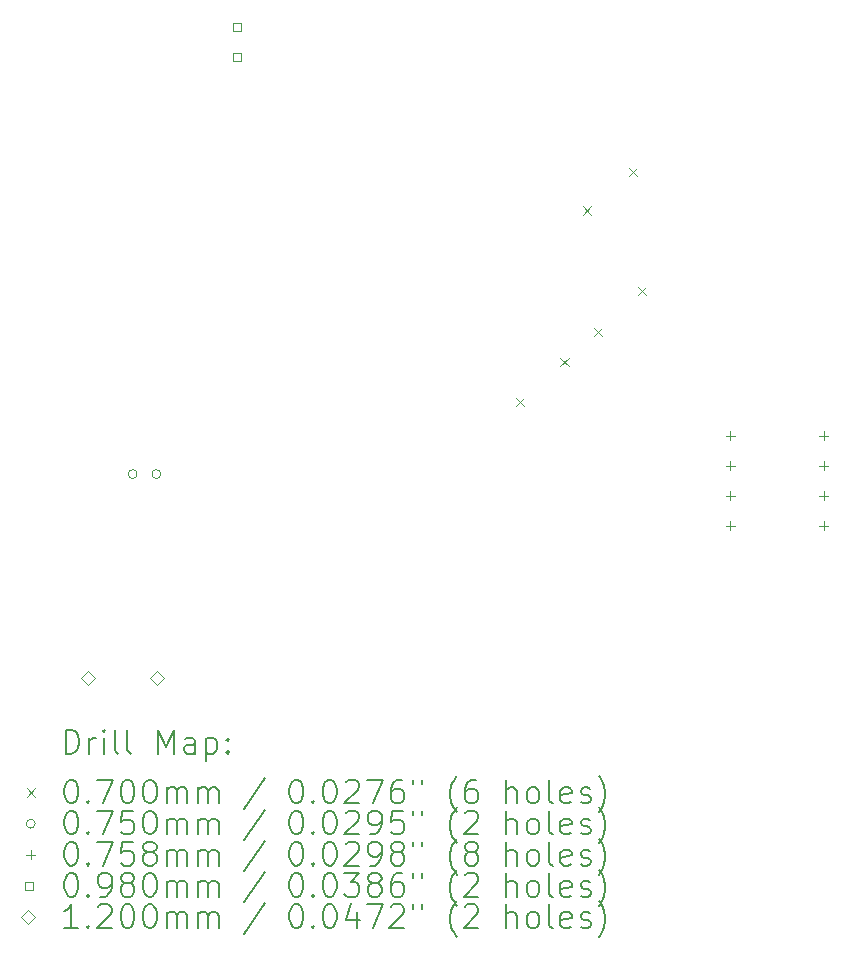
<source format=gbr>
%FSLAX45Y45*%
G04 Gerber Fmt 4.5, Leading zero omitted, Abs format (unit mm)*
G04 Created by KiCad (PCBNEW (6.0.1)) date 2022-02-21 20:46:29*
%MOMM*%
%LPD*%
G01*
G04 APERTURE LIST*
%ADD10C,0.200000*%
%ADD11C,0.070000*%
%ADD12C,0.075000*%
%ADD13C,0.075800*%
%ADD14C,0.098000*%
%ADD15C,0.120000*%
G04 APERTURE END LIST*
D10*
D11*
X11230482Y-10953918D02*
X11300482Y-11023918D01*
X11300482Y-10953918D02*
X11230482Y-11023918D01*
X11608000Y-10614000D02*
X11678000Y-10684000D01*
X11678000Y-10614000D02*
X11608000Y-10684000D01*
X11797425Y-9331268D02*
X11867425Y-9401268D01*
X11867425Y-9331268D02*
X11797425Y-9401268D01*
X11895000Y-10358000D02*
X11965000Y-10428000D01*
X11965000Y-10358000D02*
X11895000Y-10428000D01*
X12186575Y-9004732D02*
X12256575Y-9074732D01*
X12256575Y-9004732D02*
X12186575Y-9074732D01*
X12266528Y-10011545D02*
X12336528Y-10081545D01*
X12336528Y-10011545D02*
X12266528Y-10081545D01*
D12*
X8024500Y-11598000D02*
G75*
G03*
X8024500Y-11598000I-37500J0D01*
G01*
X8224500Y-11598000D02*
G75*
G03*
X8224500Y-11598000I-37500J0D01*
G01*
D13*
X13045200Y-11234100D02*
X13045200Y-11309900D01*
X13007300Y-11272000D02*
X13083100Y-11272000D01*
X13045200Y-11488100D02*
X13045200Y-11563900D01*
X13007300Y-11526000D02*
X13083100Y-11526000D01*
X13045200Y-11742100D02*
X13045200Y-11817900D01*
X13007300Y-11780000D02*
X13083100Y-11780000D01*
X13045200Y-11996100D02*
X13045200Y-12071900D01*
X13007300Y-12034000D02*
X13083100Y-12034000D01*
X13838800Y-11234100D02*
X13838800Y-11309900D01*
X13800900Y-11272000D02*
X13876700Y-11272000D01*
X13838800Y-11488100D02*
X13838800Y-11563900D01*
X13800900Y-11526000D02*
X13876700Y-11526000D01*
X13838800Y-11742100D02*
X13838800Y-11817900D01*
X13800900Y-11780000D02*
X13876700Y-11780000D01*
X13838800Y-11996100D02*
X13838800Y-12071900D01*
X13800900Y-12034000D02*
X13876700Y-12034000D01*
D14*
X8905649Y-7846649D02*
X8905649Y-7777351D01*
X8836351Y-7777351D01*
X8836351Y-7846649D01*
X8905649Y-7846649D01*
X8905649Y-8100649D02*
X8905649Y-8031351D01*
X8836351Y-8031351D01*
X8836351Y-8100649D01*
X8905649Y-8100649D01*
D15*
X7612000Y-13385000D02*
X7672000Y-13325000D01*
X7612000Y-13265000D01*
X7552000Y-13325000D01*
X7612000Y-13385000D01*
X8191000Y-13385000D02*
X8251000Y-13325000D01*
X8191000Y-13265000D01*
X8131000Y-13325000D01*
X8191000Y-13385000D01*
D10*
X7418789Y-13964766D02*
X7418789Y-13764766D01*
X7466408Y-13764766D01*
X7494979Y-13774290D01*
X7514027Y-13793338D01*
X7523551Y-13812385D01*
X7533075Y-13850480D01*
X7533075Y-13879052D01*
X7523551Y-13917147D01*
X7514027Y-13936195D01*
X7494979Y-13955242D01*
X7466408Y-13964766D01*
X7418789Y-13964766D01*
X7618789Y-13964766D02*
X7618789Y-13831433D01*
X7618789Y-13869528D02*
X7628313Y-13850480D01*
X7637837Y-13840957D01*
X7656884Y-13831433D01*
X7675932Y-13831433D01*
X7742598Y-13964766D02*
X7742598Y-13831433D01*
X7742598Y-13764766D02*
X7733075Y-13774290D01*
X7742598Y-13783814D01*
X7752122Y-13774290D01*
X7742598Y-13764766D01*
X7742598Y-13783814D01*
X7866408Y-13964766D02*
X7847360Y-13955242D01*
X7837837Y-13936195D01*
X7837837Y-13764766D01*
X7971170Y-13964766D02*
X7952122Y-13955242D01*
X7942598Y-13936195D01*
X7942598Y-13764766D01*
X8199741Y-13964766D02*
X8199741Y-13764766D01*
X8266408Y-13907623D01*
X8333075Y-13764766D01*
X8333075Y-13964766D01*
X8514027Y-13964766D02*
X8514027Y-13860004D01*
X8504503Y-13840957D01*
X8485456Y-13831433D01*
X8447360Y-13831433D01*
X8428313Y-13840957D01*
X8514027Y-13955242D02*
X8494980Y-13964766D01*
X8447360Y-13964766D01*
X8428313Y-13955242D01*
X8418789Y-13936195D01*
X8418789Y-13917147D01*
X8428313Y-13898099D01*
X8447360Y-13888576D01*
X8494980Y-13888576D01*
X8514027Y-13879052D01*
X8609265Y-13831433D02*
X8609265Y-14031433D01*
X8609265Y-13840957D02*
X8628313Y-13831433D01*
X8666408Y-13831433D01*
X8685456Y-13840957D01*
X8694980Y-13850480D01*
X8704503Y-13869528D01*
X8704503Y-13926671D01*
X8694980Y-13945718D01*
X8685456Y-13955242D01*
X8666408Y-13964766D01*
X8628313Y-13964766D01*
X8609265Y-13955242D01*
X8790218Y-13945718D02*
X8799741Y-13955242D01*
X8790218Y-13964766D01*
X8780694Y-13955242D01*
X8790218Y-13945718D01*
X8790218Y-13964766D01*
X8790218Y-13840957D02*
X8799741Y-13850480D01*
X8790218Y-13860004D01*
X8780694Y-13850480D01*
X8790218Y-13840957D01*
X8790218Y-13860004D01*
D11*
X7091170Y-14259290D02*
X7161170Y-14329290D01*
X7161170Y-14259290D02*
X7091170Y-14329290D01*
D10*
X7456884Y-14184766D02*
X7475932Y-14184766D01*
X7494979Y-14194290D01*
X7504503Y-14203814D01*
X7514027Y-14222861D01*
X7523551Y-14260957D01*
X7523551Y-14308576D01*
X7514027Y-14346671D01*
X7504503Y-14365718D01*
X7494979Y-14375242D01*
X7475932Y-14384766D01*
X7456884Y-14384766D01*
X7437837Y-14375242D01*
X7428313Y-14365718D01*
X7418789Y-14346671D01*
X7409265Y-14308576D01*
X7409265Y-14260957D01*
X7418789Y-14222861D01*
X7428313Y-14203814D01*
X7437837Y-14194290D01*
X7456884Y-14184766D01*
X7609265Y-14365718D02*
X7618789Y-14375242D01*
X7609265Y-14384766D01*
X7599741Y-14375242D01*
X7609265Y-14365718D01*
X7609265Y-14384766D01*
X7685456Y-14184766D02*
X7818789Y-14184766D01*
X7733075Y-14384766D01*
X7933075Y-14184766D02*
X7952122Y-14184766D01*
X7971170Y-14194290D01*
X7980694Y-14203814D01*
X7990218Y-14222861D01*
X7999741Y-14260957D01*
X7999741Y-14308576D01*
X7990218Y-14346671D01*
X7980694Y-14365718D01*
X7971170Y-14375242D01*
X7952122Y-14384766D01*
X7933075Y-14384766D01*
X7914027Y-14375242D01*
X7904503Y-14365718D01*
X7894979Y-14346671D01*
X7885456Y-14308576D01*
X7885456Y-14260957D01*
X7894979Y-14222861D01*
X7904503Y-14203814D01*
X7914027Y-14194290D01*
X7933075Y-14184766D01*
X8123551Y-14184766D02*
X8142598Y-14184766D01*
X8161646Y-14194290D01*
X8171170Y-14203814D01*
X8180694Y-14222861D01*
X8190218Y-14260957D01*
X8190218Y-14308576D01*
X8180694Y-14346671D01*
X8171170Y-14365718D01*
X8161646Y-14375242D01*
X8142598Y-14384766D01*
X8123551Y-14384766D01*
X8104503Y-14375242D01*
X8094979Y-14365718D01*
X8085456Y-14346671D01*
X8075932Y-14308576D01*
X8075932Y-14260957D01*
X8085456Y-14222861D01*
X8094979Y-14203814D01*
X8104503Y-14194290D01*
X8123551Y-14184766D01*
X8275932Y-14384766D02*
X8275932Y-14251433D01*
X8275932Y-14270480D02*
X8285456Y-14260957D01*
X8304503Y-14251433D01*
X8333075Y-14251433D01*
X8352122Y-14260957D01*
X8361646Y-14280004D01*
X8361646Y-14384766D01*
X8361646Y-14280004D02*
X8371170Y-14260957D01*
X8390218Y-14251433D01*
X8418789Y-14251433D01*
X8437837Y-14260957D01*
X8447360Y-14280004D01*
X8447360Y-14384766D01*
X8542599Y-14384766D02*
X8542599Y-14251433D01*
X8542599Y-14270480D02*
X8552122Y-14260957D01*
X8571170Y-14251433D01*
X8599741Y-14251433D01*
X8618789Y-14260957D01*
X8628313Y-14280004D01*
X8628313Y-14384766D01*
X8628313Y-14280004D02*
X8637837Y-14260957D01*
X8656884Y-14251433D01*
X8685456Y-14251433D01*
X8704503Y-14260957D01*
X8714027Y-14280004D01*
X8714027Y-14384766D01*
X9104503Y-14175242D02*
X8933075Y-14432385D01*
X9361646Y-14184766D02*
X9380694Y-14184766D01*
X9399741Y-14194290D01*
X9409265Y-14203814D01*
X9418789Y-14222861D01*
X9428313Y-14260957D01*
X9428313Y-14308576D01*
X9418789Y-14346671D01*
X9409265Y-14365718D01*
X9399741Y-14375242D01*
X9380694Y-14384766D01*
X9361646Y-14384766D01*
X9342599Y-14375242D01*
X9333075Y-14365718D01*
X9323551Y-14346671D01*
X9314027Y-14308576D01*
X9314027Y-14260957D01*
X9323551Y-14222861D01*
X9333075Y-14203814D01*
X9342599Y-14194290D01*
X9361646Y-14184766D01*
X9514027Y-14365718D02*
X9523551Y-14375242D01*
X9514027Y-14384766D01*
X9504503Y-14375242D01*
X9514027Y-14365718D01*
X9514027Y-14384766D01*
X9647360Y-14184766D02*
X9666408Y-14184766D01*
X9685456Y-14194290D01*
X9694980Y-14203814D01*
X9704503Y-14222861D01*
X9714027Y-14260957D01*
X9714027Y-14308576D01*
X9704503Y-14346671D01*
X9694980Y-14365718D01*
X9685456Y-14375242D01*
X9666408Y-14384766D01*
X9647360Y-14384766D01*
X9628313Y-14375242D01*
X9618789Y-14365718D01*
X9609265Y-14346671D01*
X9599741Y-14308576D01*
X9599741Y-14260957D01*
X9609265Y-14222861D01*
X9618789Y-14203814D01*
X9628313Y-14194290D01*
X9647360Y-14184766D01*
X9790218Y-14203814D02*
X9799741Y-14194290D01*
X9818789Y-14184766D01*
X9866408Y-14184766D01*
X9885456Y-14194290D01*
X9894980Y-14203814D01*
X9904503Y-14222861D01*
X9904503Y-14241909D01*
X9894980Y-14270480D01*
X9780694Y-14384766D01*
X9904503Y-14384766D01*
X9971170Y-14184766D02*
X10104503Y-14184766D01*
X10018789Y-14384766D01*
X10266408Y-14184766D02*
X10228313Y-14184766D01*
X10209265Y-14194290D01*
X10199741Y-14203814D01*
X10180694Y-14232385D01*
X10171170Y-14270480D01*
X10171170Y-14346671D01*
X10180694Y-14365718D01*
X10190218Y-14375242D01*
X10209265Y-14384766D01*
X10247360Y-14384766D01*
X10266408Y-14375242D01*
X10275932Y-14365718D01*
X10285456Y-14346671D01*
X10285456Y-14299052D01*
X10275932Y-14280004D01*
X10266408Y-14270480D01*
X10247360Y-14260957D01*
X10209265Y-14260957D01*
X10190218Y-14270480D01*
X10180694Y-14280004D01*
X10171170Y-14299052D01*
X10361646Y-14184766D02*
X10361646Y-14222861D01*
X10437837Y-14184766D02*
X10437837Y-14222861D01*
X10733075Y-14460957D02*
X10723551Y-14451433D01*
X10704503Y-14422861D01*
X10694980Y-14403814D01*
X10685456Y-14375242D01*
X10675932Y-14327623D01*
X10675932Y-14289528D01*
X10685456Y-14241909D01*
X10694980Y-14213338D01*
X10704503Y-14194290D01*
X10723551Y-14165718D01*
X10733075Y-14156195D01*
X10894980Y-14184766D02*
X10856884Y-14184766D01*
X10837837Y-14194290D01*
X10828313Y-14203814D01*
X10809265Y-14232385D01*
X10799741Y-14270480D01*
X10799741Y-14346671D01*
X10809265Y-14365718D01*
X10818789Y-14375242D01*
X10837837Y-14384766D01*
X10875932Y-14384766D01*
X10894980Y-14375242D01*
X10904503Y-14365718D01*
X10914027Y-14346671D01*
X10914027Y-14299052D01*
X10904503Y-14280004D01*
X10894980Y-14270480D01*
X10875932Y-14260957D01*
X10837837Y-14260957D01*
X10818789Y-14270480D01*
X10809265Y-14280004D01*
X10799741Y-14299052D01*
X11152122Y-14384766D02*
X11152122Y-14184766D01*
X11237837Y-14384766D02*
X11237837Y-14280004D01*
X11228313Y-14260957D01*
X11209265Y-14251433D01*
X11180694Y-14251433D01*
X11161646Y-14260957D01*
X11152122Y-14270480D01*
X11361646Y-14384766D02*
X11342598Y-14375242D01*
X11333075Y-14365718D01*
X11323551Y-14346671D01*
X11323551Y-14289528D01*
X11333075Y-14270480D01*
X11342598Y-14260957D01*
X11361646Y-14251433D01*
X11390218Y-14251433D01*
X11409265Y-14260957D01*
X11418789Y-14270480D01*
X11428313Y-14289528D01*
X11428313Y-14346671D01*
X11418789Y-14365718D01*
X11409265Y-14375242D01*
X11390218Y-14384766D01*
X11361646Y-14384766D01*
X11542598Y-14384766D02*
X11523551Y-14375242D01*
X11514027Y-14356195D01*
X11514027Y-14184766D01*
X11694979Y-14375242D02*
X11675932Y-14384766D01*
X11637837Y-14384766D01*
X11618789Y-14375242D01*
X11609265Y-14356195D01*
X11609265Y-14280004D01*
X11618789Y-14260957D01*
X11637837Y-14251433D01*
X11675932Y-14251433D01*
X11694979Y-14260957D01*
X11704503Y-14280004D01*
X11704503Y-14299052D01*
X11609265Y-14318099D01*
X11780694Y-14375242D02*
X11799741Y-14384766D01*
X11837837Y-14384766D01*
X11856884Y-14375242D01*
X11866408Y-14356195D01*
X11866408Y-14346671D01*
X11856884Y-14327623D01*
X11837837Y-14318099D01*
X11809265Y-14318099D01*
X11790218Y-14308576D01*
X11780694Y-14289528D01*
X11780694Y-14280004D01*
X11790218Y-14260957D01*
X11809265Y-14251433D01*
X11837837Y-14251433D01*
X11856884Y-14260957D01*
X11933075Y-14460957D02*
X11942598Y-14451433D01*
X11961646Y-14422861D01*
X11971170Y-14403814D01*
X11980694Y-14375242D01*
X11990218Y-14327623D01*
X11990218Y-14289528D01*
X11980694Y-14241909D01*
X11971170Y-14213338D01*
X11961646Y-14194290D01*
X11942598Y-14165718D01*
X11933075Y-14156195D01*
D12*
X7161170Y-14558290D02*
G75*
G03*
X7161170Y-14558290I-37500J0D01*
G01*
D10*
X7456884Y-14448766D02*
X7475932Y-14448766D01*
X7494979Y-14458290D01*
X7504503Y-14467814D01*
X7514027Y-14486861D01*
X7523551Y-14524957D01*
X7523551Y-14572576D01*
X7514027Y-14610671D01*
X7504503Y-14629718D01*
X7494979Y-14639242D01*
X7475932Y-14648766D01*
X7456884Y-14648766D01*
X7437837Y-14639242D01*
X7428313Y-14629718D01*
X7418789Y-14610671D01*
X7409265Y-14572576D01*
X7409265Y-14524957D01*
X7418789Y-14486861D01*
X7428313Y-14467814D01*
X7437837Y-14458290D01*
X7456884Y-14448766D01*
X7609265Y-14629718D02*
X7618789Y-14639242D01*
X7609265Y-14648766D01*
X7599741Y-14639242D01*
X7609265Y-14629718D01*
X7609265Y-14648766D01*
X7685456Y-14448766D02*
X7818789Y-14448766D01*
X7733075Y-14648766D01*
X7990218Y-14448766D02*
X7894979Y-14448766D01*
X7885456Y-14544004D01*
X7894979Y-14534480D01*
X7914027Y-14524957D01*
X7961646Y-14524957D01*
X7980694Y-14534480D01*
X7990218Y-14544004D01*
X7999741Y-14563052D01*
X7999741Y-14610671D01*
X7990218Y-14629718D01*
X7980694Y-14639242D01*
X7961646Y-14648766D01*
X7914027Y-14648766D01*
X7894979Y-14639242D01*
X7885456Y-14629718D01*
X8123551Y-14448766D02*
X8142598Y-14448766D01*
X8161646Y-14458290D01*
X8171170Y-14467814D01*
X8180694Y-14486861D01*
X8190218Y-14524957D01*
X8190218Y-14572576D01*
X8180694Y-14610671D01*
X8171170Y-14629718D01*
X8161646Y-14639242D01*
X8142598Y-14648766D01*
X8123551Y-14648766D01*
X8104503Y-14639242D01*
X8094979Y-14629718D01*
X8085456Y-14610671D01*
X8075932Y-14572576D01*
X8075932Y-14524957D01*
X8085456Y-14486861D01*
X8094979Y-14467814D01*
X8104503Y-14458290D01*
X8123551Y-14448766D01*
X8275932Y-14648766D02*
X8275932Y-14515433D01*
X8275932Y-14534480D02*
X8285456Y-14524957D01*
X8304503Y-14515433D01*
X8333075Y-14515433D01*
X8352122Y-14524957D01*
X8361646Y-14544004D01*
X8361646Y-14648766D01*
X8361646Y-14544004D02*
X8371170Y-14524957D01*
X8390218Y-14515433D01*
X8418789Y-14515433D01*
X8437837Y-14524957D01*
X8447360Y-14544004D01*
X8447360Y-14648766D01*
X8542599Y-14648766D02*
X8542599Y-14515433D01*
X8542599Y-14534480D02*
X8552122Y-14524957D01*
X8571170Y-14515433D01*
X8599741Y-14515433D01*
X8618789Y-14524957D01*
X8628313Y-14544004D01*
X8628313Y-14648766D01*
X8628313Y-14544004D02*
X8637837Y-14524957D01*
X8656884Y-14515433D01*
X8685456Y-14515433D01*
X8704503Y-14524957D01*
X8714027Y-14544004D01*
X8714027Y-14648766D01*
X9104503Y-14439242D02*
X8933075Y-14696385D01*
X9361646Y-14448766D02*
X9380694Y-14448766D01*
X9399741Y-14458290D01*
X9409265Y-14467814D01*
X9418789Y-14486861D01*
X9428313Y-14524957D01*
X9428313Y-14572576D01*
X9418789Y-14610671D01*
X9409265Y-14629718D01*
X9399741Y-14639242D01*
X9380694Y-14648766D01*
X9361646Y-14648766D01*
X9342599Y-14639242D01*
X9333075Y-14629718D01*
X9323551Y-14610671D01*
X9314027Y-14572576D01*
X9314027Y-14524957D01*
X9323551Y-14486861D01*
X9333075Y-14467814D01*
X9342599Y-14458290D01*
X9361646Y-14448766D01*
X9514027Y-14629718D02*
X9523551Y-14639242D01*
X9514027Y-14648766D01*
X9504503Y-14639242D01*
X9514027Y-14629718D01*
X9514027Y-14648766D01*
X9647360Y-14448766D02*
X9666408Y-14448766D01*
X9685456Y-14458290D01*
X9694980Y-14467814D01*
X9704503Y-14486861D01*
X9714027Y-14524957D01*
X9714027Y-14572576D01*
X9704503Y-14610671D01*
X9694980Y-14629718D01*
X9685456Y-14639242D01*
X9666408Y-14648766D01*
X9647360Y-14648766D01*
X9628313Y-14639242D01*
X9618789Y-14629718D01*
X9609265Y-14610671D01*
X9599741Y-14572576D01*
X9599741Y-14524957D01*
X9609265Y-14486861D01*
X9618789Y-14467814D01*
X9628313Y-14458290D01*
X9647360Y-14448766D01*
X9790218Y-14467814D02*
X9799741Y-14458290D01*
X9818789Y-14448766D01*
X9866408Y-14448766D01*
X9885456Y-14458290D01*
X9894980Y-14467814D01*
X9904503Y-14486861D01*
X9904503Y-14505909D01*
X9894980Y-14534480D01*
X9780694Y-14648766D01*
X9904503Y-14648766D01*
X9999741Y-14648766D02*
X10037837Y-14648766D01*
X10056884Y-14639242D01*
X10066408Y-14629718D01*
X10085456Y-14601147D01*
X10094980Y-14563052D01*
X10094980Y-14486861D01*
X10085456Y-14467814D01*
X10075932Y-14458290D01*
X10056884Y-14448766D01*
X10018789Y-14448766D01*
X9999741Y-14458290D01*
X9990218Y-14467814D01*
X9980694Y-14486861D01*
X9980694Y-14534480D01*
X9990218Y-14553528D01*
X9999741Y-14563052D01*
X10018789Y-14572576D01*
X10056884Y-14572576D01*
X10075932Y-14563052D01*
X10085456Y-14553528D01*
X10094980Y-14534480D01*
X10275932Y-14448766D02*
X10180694Y-14448766D01*
X10171170Y-14544004D01*
X10180694Y-14534480D01*
X10199741Y-14524957D01*
X10247360Y-14524957D01*
X10266408Y-14534480D01*
X10275932Y-14544004D01*
X10285456Y-14563052D01*
X10285456Y-14610671D01*
X10275932Y-14629718D01*
X10266408Y-14639242D01*
X10247360Y-14648766D01*
X10199741Y-14648766D01*
X10180694Y-14639242D01*
X10171170Y-14629718D01*
X10361646Y-14448766D02*
X10361646Y-14486861D01*
X10437837Y-14448766D02*
X10437837Y-14486861D01*
X10733075Y-14724957D02*
X10723551Y-14715433D01*
X10704503Y-14686861D01*
X10694980Y-14667814D01*
X10685456Y-14639242D01*
X10675932Y-14591623D01*
X10675932Y-14553528D01*
X10685456Y-14505909D01*
X10694980Y-14477338D01*
X10704503Y-14458290D01*
X10723551Y-14429718D01*
X10733075Y-14420195D01*
X10799741Y-14467814D02*
X10809265Y-14458290D01*
X10828313Y-14448766D01*
X10875932Y-14448766D01*
X10894980Y-14458290D01*
X10904503Y-14467814D01*
X10914027Y-14486861D01*
X10914027Y-14505909D01*
X10904503Y-14534480D01*
X10790218Y-14648766D01*
X10914027Y-14648766D01*
X11152122Y-14648766D02*
X11152122Y-14448766D01*
X11237837Y-14648766D02*
X11237837Y-14544004D01*
X11228313Y-14524957D01*
X11209265Y-14515433D01*
X11180694Y-14515433D01*
X11161646Y-14524957D01*
X11152122Y-14534480D01*
X11361646Y-14648766D02*
X11342598Y-14639242D01*
X11333075Y-14629718D01*
X11323551Y-14610671D01*
X11323551Y-14553528D01*
X11333075Y-14534480D01*
X11342598Y-14524957D01*
X11361646Y-14515433D01*
X11390218Y-14515433D01*
X11409265Y-14524957D01*
X11418789Y-14534480D01*
X11428313Y-14553528D01*
X11428313Y-14610671D01*
X11418789Y-14629718D01*
X11409265Y-14639242D01*
X11390218Y-14648766D01*
X11361646Y-14648766D01*
X11542598Y-14648766D02*
X11523551Y-14639242D01*
X11514027Y-14620195D01*
X11514027Y-14448766D01*
X11694979Y-14639242D02*
X11675932Y-14648766D01*
X11637837Y-14648766D01*
X11618789Y-14639242D01*
X11609265Y-14620195D01*
X11609265Y-14544004D01*
X11618789Y-14524957D01*
X11637837Y-14515433D01*
X11675932Y-14515433D01*
X11694979Y-14524957D01*
X11704503Y-14544004D01*
X11704503Y-14563052D01*
X11609265Y-14582099D01*
X11780694Y-14639242D02*
X11799741Y-14648766D01*
X11837837Y-14648766D01*
X11856884Y-14639242D01*
X11866408Y-14620195D01*
X11866408Y-14610671D01*
X11856884Y-14591623D01*
X11837837Y-14582099D01*
X11809265Y-14582099D01*
X11790218Y-14572576D01*
X11780694Y-14553528D01*
X11780694Y-14544004D01*
X11790218Y-14524957D01*
X11809265Y-14515433D01*
X11837837Y-14515433D01*
X11856884Y-14524957D01*
X11933075Y-14724957D02*
X11942598Y-14715433D01*
X11961646Y-14686861D01*
X11971170Y-14667814D01*
X11980694Y-14639242D01*
X11990218Y-14591623D01*
X11990218Y-14553528D01*
X11980694Y-14505909D01*
X11971170Y-14477338D01*
X11961646Y-14458290D01*
X11942598Y-14429718D01*
X11933075Y-14420195D01*
D13*
X7123270Y-14784390D02*
X7123270Y-14860190D01*
X7085370Y-14822290D02*
X7161170Y-14822290D01*
D10*
X7456884Y-14712766D02*
X7475932Y-14712766D01*
X7494979Y-14722290D01*
X7504503Y-14731814D01*
X7514027Y-14750861D01*
X7523551Y-14788957D01*
X7523551Y-14836576D01*
X7514027Y-14874671D01*
X7504503Y-14893718D01*
X7494979Y-14903242D01*
X7475932Y-14912766D01*
X7456884Y-14912766D01*
X7437837Y-14903242D01*
X7428313Y-14893718D01*
X7418789Y-14874671D01*
X7409265Y-14836576D01*
X7409265Y-14788957D01*
X7418789Y-14750861D01*
X7428313Y-14731814D01*
X7437837Y-14722290D01*
X7456884Y-14712766D01*
X7609265Y-14893718D02*
X7618789Y-14903242D01*
X7609265Y-14912766D01*
X7599741Y-14903242D01*
X7609265Y-14893718D01*
X7609265Y-14912766D01*
X7685456Y-14712766D02*
X7818789Y-14712766D01*
X7733075Y-14912766D01*
X7990218Y-14712766D02*
X7894979Y-14712766D01*
X7885456Y-14808004D01*
X7894979Y-14798480D01*
X7914027Y-14788957D01*
X7961646Y-14788957D01*
X7980694Y-14798480D01*
X7990218Y-14808004D01*
X7999741Y-14827052D01*
X7999741Y-14874671D01*
X7990218Y-14893718D01*
X7980694Y-14903242D01*
X7961646Y-14912766D01*
X7914027Y-14912766D01*
X7894979Y-14903242D01*
X7885456Y-14893718D01*
X8114027Y-14798480D02*
X8094979Y-14788957D01*
X8085456Y-14779433D01*
X8075932Y-14760385D01*
X8075932Y-14750861D01*
X8085456Y-14731814D01*
X8094979Y-14722290D01*
X8114027Y-14712766D01*
X8152122Y-14712766D01*
X8171170Y-14722290D01*
X8180694Y-14731814D01*
X8190218Y-14750861D01*
X8190218Y-14760385D01*
X8180694Y-14779433D01*
X8171170Y-14788957D01*
X8152122Y-14798480D01*
X8114027Y-14798480D01*
X8094979Y-14808004D01*
X8085456Y-14817528D01*
X8075932Y-14836576D01*
X8075932Y-14874671D01*
X8085456Y-14893718D01*
X8094979Y-14903242D01*
X8114027Y-14912766D01*
X8152122Y-14912766D01*
X8171170Y-14903242D01*
X8180694Y-14893718D01*
X8190218Y-14874671D01*
X8190218Y-14836576D01*
X8180694Y-14817528D01*
X8171170Y-14808004D01*
X8152122Y-14798480D01*
X8275932Y-14912766D02*
X8275932Y-14779433D01*
X8275932Y-14798480D02*
X8285456Y-14788957D01*
X8304503Y-14779433D01*
X8333075Y-14779433D01*
X8352122Y-14788957D01*
X8361646Y-14808004D01*
X8361646Y-14912766D01*
X8361646Y-14808004D02*
X8371170Y-14788957D01*
X8390218Y-14779433D01*
X8418789Y-14779433D01*
X8437837Y-14788957D01*
X8447360Y-14808004D01*
X8447360Y-14912766D01*
X8542599Y-14912766D02*
X8542599Y-14779433D01*
X8542599Y-14798480D02*
X8552122Y-14788957D01*
X8571170Y-14779433D01*
X8599741Y-14779433D01*
X8618789Y-14788957D01*
X8628313Y-14808004D01*
X8628313Y-14912766D01*
X8628313Y-14808004D02*
X8637837Y-14788957D01*
X8656884Y-14779433D01*
X8685456Y-14779433D01*
X8704503Y-14788957D01*
X8714027Y-14808004D01*
X8714027Y-14912766D01*
X9104503Y-14703242D02*
X8933075Y-14960385D01*
X9361646Y-14712766D02*
X9380694Y-14712766D01*
X9399741Y-14722290D01*
X9409265Y-14731814D01*
X9418789Y-14750861D01*
X9428313Y-14788957D01*
X9428313Y-14836576D01*
X9418789Y-14874671D01*
X9409265Y-14893718D01*
X9399741Y-14903242D01*
X9380694Y-14912766D01*
X9361646Y-14912766D01*
X9342599Y-14903242D01*
X9333075Y-14893718D01*
X9323551Y-14874671D01*
X9314027Y-14836576D01*
X9314027Y-14788957D01*
X9323551Y-14750861D01*
X9333075Y-14731814D01*
X9342599Y-14722290D01*
X9361646Y-14712766D01*
X9514027Y-14893718D02*
X9523551Y-14903242D01*
X9514027Y-14912766D01*
X9504503Y-14903242D01*
X9514027Y-14893718D01*
X9514027Y-14912766D01*
X9647360Y-14712766D02*
X9666408Y-14712766D01*
X9685456Y-14722290D01*
X9694980Y-14731814D01*
X9704503Y-14750861D01*
X9714027Y-14788957D01*
X9714027Y-14836576D01*
X9704503Y-14874671D01*
X9694980Y-14893718D01*
X9685456Y-14903242D01*
X9666408Y-14912766D01*
X9647360Y-14912766D01*
X9628313Y-14903242D01*
X9618789Y-14893718D01*
X9609265Y-14874671D01*
X9599741Y-14836576D01*
X9599741Y-14788957D01*
X9609265Y-14750861D01*
X9618789Y-14731814D01*
X9628313Y-14722290D01*
X9647360Y-14712766D01*
X9790218Y-14731814D02*
X9799741Y-14722290D01*
X9818789Y-14712766D01*
X9866408Y-14712766D01*
X9885456Y-14722290D01*
X9894980Y-14731814D01*
X9904503Y-14750861D01*
X9904503Y-14769909D01*
X9894980Y-14798480D01*
X9780694Y-14912766D01*
X9904503Y-14912766D01*
X9999741Y-14912766D02*
X10037837Y-14912766D01*
X10056884Y-14903242D01*
X10066408Y-14893718D01*
X10085456Y-14865147D01*
X10094980Y-14827052D01*
X10094980Y-14750861D01*
X10085456Y-14731814D01*
X10075932Y-14722290D01*
X10056884Y-14712766D01*
X10018789Y-14712766D01*
X9999741Y-14722290D01*
X9990218Y-14731814D01*
X9980694Y-14750861D01*
X9980694Y-14798480D01*
X9990218Y-14817528D01*
X9999741Y-14827052D01*
X10018789Y-14836576D01*
X10056884Y-14836576D01*
X10075932Y-14827052D01*
X10085456Y-14817528D01*
X10094980Y-14798480D01*
X10209265Y-14798480D02*
X10190218Y-14788957D01*
X10180694Y-14779433D01*
X10171170Y-14760385D01*
X10171170Y-14750861D01*
X10180694Y-14731814D01*
X10190218Y-14722290D01*
X10209265Y-14712766D01*
X10247360Y-14712766D01*
X10266408Y-14722290D01*
X10275932Y-14731814D01*
X10285456Y-14750861D01*
X10285456Y-14760385D01*
X10275932Y-14779433D01*
X10266408Y-14788957D01*
X10247360Y-14798480D01*
X10209265Y-14798480D01*
X10190218Y-14808004D01*
X10180694Y-14817528D01*
X10171170Y-14836576D01*
X10171170Y-14874671D01*
X10180694Y-14893718D01*
X10190218Y-14903242D01*
X10209265Y-14912766D01*
X10247360Y-14912766D01*
X10266408Y-14903242D01*
X10275932Y-14893718D01*
X10285456Y-14874671D01*
X10285456Y-14836576D01*
X10275932Y-14817528D01*
X10266408Y-14808004D01*
X10247360Y-14798480D01*
X10361646Y-14712766D02*
X10361646Y-14750861D01*
X10437837Y-14712766D02*
X10437837Y-14750861D01*
X10733075Y-14988957D02*
X10723551Y-14979433D01*
X10704503Y-14950861D01*
X10694980Y-14931814D01*
X10685456Y-14903242D01*
X10675932Y-14855623D01*
X10675932Y-14817528D01*
X10685456Y-14769909D01*
X10694980Y-14741338D01*
X10704503Y-14722290D01*
X10723551Y-14693718D01*
X10733075Y-14684195D01*
X10837837Y-14798480D02*
X10818789Y-14788957D01*
X10809265Y-14779433D01*
X10799741Y-14760385D01*
X10799741Y-14750861D01*
X10809265Y-14731814D01*
X10818789Y-14722290D01*
X10837837Y-14712766D01*
X10875932Y-14712766D01*
X10894980Y-14722290D01*
X10904503Y-14731814D01*
X10914027Y-14750861D01*
X10914027Y-14760385D01*
X10904503Y-14779433D01*
X10894980Y-14788957D01*
X10875932Y-14798480D01*
X10837837Y-14798480D01*
X10818789Y-14808004D01*
X10809265Y-14817528D01*
X10799741Y-14836576D01*
X10799741Y-14874671D01*
X10809265Y-14893718D01*
X10818789Y-14903242D01*
X10837837Y-14912766D01*
X10875932Y-14912766D01*
X10894980Y-14903242D01*
X10904503Y-14893718D01*
X10914027Y-14874671D01*
X10914027Y-14836576D01*
X10904503Y-14817528D01*
X10894980Y-14808004D01*
X10875932Y-14798480D01*
X11152122Y-14912766D02*
X11152122Y-14712766D01*
X11237837Y-14912766D02*
X11237837Y-14808004D01*
X11228313Y-14788957D01*
X11209265Y-14779433D01*
X11180694Y-14779433D01*
X11161646Y-14788957D01*
X11152122Y-14798480D01*
X11361646Y-14912766D02*
X11342598Y-14903242D01*
X11333075Y-14893718D01*
X11323551Y-14874671D01*
X11323551Y-14817528D01*
X11333075Y-14798480D01*
X11342598Y-14788957D01*
X11361646Y-14779433D01*
X11390218Y-14779433D01*
X11409265Y-14788957D01*
X11418789Y-14798480D01*
X11428313Y-14817528D01*
X11428313Y-14874671D01*
X11418789Y-14893718D01*
X11409265Y-14903242D01*
X11390218Y-14912766D01*
X11361646Y-14912766D01*
X11542598Y-14912766D02*
X11523551Y-14903242D01*
X11514027Y-14884195D01*
X11514027Y-14712766D01*
X11694979Y-14903242D02*
X11675932Y-14912766D01*
X11637837Y-14912766D01*
X11618789Y-14903242D01*
X11609265Y-14884195D01*
X11609265Y-14808004D01*
X11618789Y-14788957D01*
X11637837Y-14779433D01*
X11675932Y-14779433D01*
X11694979Y-14788957D01*
X11704503Y-14808004D01*
X11704503Y-14827052D01*
X11609265Y-14846099D01*
X11780694Y-14903242D02*
X11799741Y-14912766D01*
X11837837Y-14912766D01*
X11856884Y-14903242D01*
X11866408Y-14884195D01*
X11866408Y-14874671D01*
X11856884Y-14855623D01*
X11837837Y-14846099D01*
X11809265Y-14846099D01*
X11790218Y-14836576D01*
X11780694Y-14817528D01*
X11780694Y-14808004D01*
X11790218Y-14788957D01*
X11809265Y-14779433D01*
X11837837Y-14779433D01*
X11856884Y-14788957D01*
X11933075Y-14988957D02*
X11942598Y-14979433D01*
X11961646Y-14950861D01*
X11971170Y-14931814D01*
X11980694Y-14903242D01*
X11990218Y-14855623D01*
X11990218Y-14817528D01*
X11980694Y-14769909D01*
X11971170Y-14741338D01*
X11961646Y-14722290D01*
X11942598Y-14693718D01*
X11933075Y-14684195D01*
D14*
X7146819Y-15120939D02*
X7146819Y-15051641D01*
X7077521Y-15051641D01*
X7077521Y-15120939D01*
X7146819Y-15120939D01*
D10*
X7456884Y-14976766D02*
X7475932Y-14976766D01*
X7494979Y-14986290D01*
X7504503Y-14995814D01*
X7514027Y-15014861D01*
X7523551Y-15052957D01*
X7523551Y-15100576D01*
X7514027Y-15138671D01*
X7504503Y-15157718D01*
X7494979Y-15167242D01*
X7475932Y-15176766D01*
X7456884Y-15176766D01*
X7437837Y-15167242D01*
X7428313Y-15157718D01*
X7418789Y-15138671D01*
X7409265Y-15100576D01*
X7409265Y-15052957D01*
X7418789Y-15014861D01*
X7428313Y-14995814D01*
X7437837Y-14986290D01*
X7456884Y-14976766D01*
X7609265Y-15157718D02*
X7618789Y-15167242D01*
X7609265Y-15176766D01*
X7599741Y-15167242D01*
X7609265Y-15157718D01*
X7609265Y-15176766D01*
X7714027Y-15176766D02*
X7752122Y-15176766D01*
X7771170Y-15167242D01*
X7780694Y-15157718D01*
X7799741Y-15129147D01*
X7809265Y-15091052D01*
X7809265Y-15014861D01*
X7799741Y-14995814D01*
X7790218Y-14986290D01*
X7771170Y-14976766D01*
X7733075Y-14976766D01*
X7714027Y-14986290D01*
X7704503Y-14995814D01*
X7694979Y-15014861D01*
X7694979Y-15062480D01*
X7704503Y-15081528D01*
X7714027Y-15091052D01*
X7733075Y-15100576D01*
X7771170Y-15100576D01*
X7790218Y-15091052D01*
X7799741Y-15081528D01*
X7809265Y-15062480D01*
X7923551Y-15062480D02*
X7904503Y-15052957D01*
X7894979Y-15043433D01*
X7885456Y-15024385D01*
X7885456Y-15014861D01*
X7894979Y-14995814D01*
X7904503Y-14986290D01*
X7923551Y-14976766D01*
X7961646Y-14976766D01*
X7980694Y-14986290D01*
X7990218Y-14995814D01*
X7999741Y-15014861D01*
X7999741Y-15024385D01*
X7990218Y-15043433D01*
X7980694Y-15052957D01*
X7961646Y-15062480D01*
X7923551Y-15062480D01*
X7904503Y-15072004D01*
X7894979Y-15081528D01*
X7885456Y-15100576D01*
X7885456Y-15138671D01*
X7894979Y-15157718D01*
X7904503Y-15167242D01*
X7923551Y-15176766D01*
X7961646Y-15176766D01*
X7980694Y-15167242D01*
X7990218Y-15157718D01*
X7999741Y-15138671D01*
X7999741Y-15100576D01*
X7990218Y-15081528D01*
X7980694Y-15072004D01*
X7961646Y-15062480D01*
X8123551Y-14976766D02*
X8142598Y-14976766D01*
X8161646Y-14986290D01*
X8171170Y-14995814D01*
X8180694Y-15014861D01*
X8190218Y-15052957D01*
X8190218Y-15100576D01*
X8180694Y-15138671D01*
X8171170Y-15157718D01*
X8161646Y-15167242D01*
X8142598Y-15176766D01*
X8123551Y-15176766D01*
X8104503Y-15167242D01*
X8094979Y-15157718D01*
X8085456Y-15138671D01*
X8075932Y-15100576D01*
X8075932Y-15052957D01*
X8085456Y-15014861D01*
X8094979Y-14995814D01*
X8104503Y-14986290D01*
X8123551Y-14976766D01*
X8275932Y-15176766D02*
X8275932Y-15043433D01*
X8275932Y-15062480D02*
X8285456Y-15052957D01*
X8304503Y-15043433D01*
X8333075Y-15043433D01*
X8352122Y-15052957D01*
X8361646Y-15072004D01*
X8361646Y-15176766D01*
X8361646Y-15072004D02*
X8371170Y-15052957D01*
X8390218Y-15043433D01*
X8418789Y-15043433D01*
X8437837Y-15052957D01*
X8447360Y-15072004D01*
X8447360Y-15176766D01*
X8542599Y-15176766D02*
X8542599Y-15043433D01*
X8542599Y-15062480D02*
X8552122Y-15052957D01*
X8571170Y-15043433D01*
X8599741Y-15043433D01*
X8618789Y-15052957D01*
X8628313Y-15072004D01*
X8628313Y-15176766D01*
X8628313Y-15072004D02*
X8637837Y-15052957D01*
X8656884Y-15043433D01*
X8685456Y-15043433D01*
X8704503Y-15052957D01*
X8714027Y-15072004D01*
X8714027Y-15176766D01*
X9104503Y-14967242D02*
X8933075Y-15224385D01*
X9361646Y-14976766D02*
X9380694Y-14976766D01*
X9399741Y-14986290D01*
X9409265Y-14995814D01*
X9418789Y-15014861D01*
X9428313Y-15052957D01*
X9428313Y-15100576D01*
X9418789Y-15138671D01*
X9409265Y-15157718D01*
X9399741Y-15167242D01*
X9380694Y-15176766D01*
X9361646Y-15176766D01*
X9342599Y-15167242D01*
X9333075Y-15157718D01*
X9323551Y-15138671D01*
X9314027Y-15100576D01*
X9314027Y-15052957D01*
X9323551Y-15014861D01*
X9333075Y-14995814D01*
X9342599Y-14986290D01*
X9361646Y-14976766D01*
X9514027Y-15157718D02*
X9523551Y-15167242D01*
X9514027Y-15176766D01*
X9504503Y-15167242D01*
X9514027Y-15157718D01*
X9514027Y-15176766D01*
X9647360Y-14976766D02*
X9666408Y-14976766D01*
X9685456Y-14986290D01*
X9694980Y-14995814D01*
X9704503Y-15014861D01*
X9714027Y-15052957D01*
X9714027Y-15100576D01*
X9704503Y-15138671D01*
X9694980Y-15157718D01*
X9685456Y-15167242D01*
X9666408Y-15176766D01*
X9647360Y-15176766D01*
X9628313Y-15167242D01*
X9618789Y-15157718D01*
X9609265Y-15138671D01*
X9599741Y-15100576D01*
X9599741Y-15052957D01*
X9609265Y-15014861D01*
X9618789Y-14995814D01*
X9628313Y-14986290D01*
X9647360Y-14976766D01*
X9780694Y-14976766D02*
X9904503Y-14976766D01*
X9837837Y-15052957D01*
X9866408Y-15052957D01*
X9885456Y-15062480D01*
X9894980Y-15072004D01*
X9904503Y-15091052D01*
X9904503Y-15138671D01*
X9894980Y-15157718D01*
X9885456Y-15167242D01*
X9866408Y-15176766D01*
X9809265Y-15176766D01*
X9790218Y-15167242D01*
X9780694Y-15157718D01*
X10018789Y-15062480D02*
X9999741Y-15052957D01*
X9990218Y-15043433D01*
X9980694Y-15024385D01*
X9980694Y-15014861D01*
X9990218Y-14995814D01*
X9999741Y-14986290D01*
X10018789Y-14976766D01*
X10056884Y-14976766D01*
X10075932Y-14986290D01*
X10085456Y-14995814D01*
X10094980Y-15014861D01*
X10094980Y-15024385D01*
X10085456Y-15043433D01*
X10075932Y-15052957D01*
X10056884Y-15062480D01*
X10018789Y-15062480D01*
X9999741Y-15072004D01*
X9990218Y-15081528D01*
X9980694Y-15100576D01*
X9980694Y-15138671D01*
X9990218Y-15157718D01*
X9999741Y-15167242D01*
X10018789Y-15176766D01*
X10056884Y-15176766D01*
X10075932Y-15167242D01*
X10085456Y-15157718D01*
X10094980Y-15138671D01*
X10094980Y-15100576D01*
X10085456Y-15081528D01*
X10075932Y-15072004D01*
X10056884Y-15062480D01*
X10266408Y-14976766D02*
X10228313Y-14976766D01*
X10209265Y-14986290D01*
X10199741Y-14995814D01*
X10180694Y-15024385D01*
X10171170Y-15062480D01*
X10171170Y-15138671D01*
X10180694Y-15157718D01*
X10190218Y-15167242D01*
X10209265Y-15176766D01*
X10247360Y-15176766D01*
X10266408Y-15167242D01*
X10275932Y-15157718D01*
X10285456Y-15138671D01*
X10285456Y-15091052D01*
X10275932Y-15072004D01*
X10266408Y-15062480D01*
X10247360Y-15052957D01*
X10209265Y-15052957D01*
X10190218Y-15062480D01*
X10180694Y-15072004D01*
X10171170Y-15091052D01*
X10361646Y-14976766D02*
X10361646Y-15014861D01*
X10437837Y-14976766D02*
X10437837Y-15014861D01*
X10733075Y-15252957D02*
X10723551Y-15243433D01*
X10704503Y-15214861D01*
X10694980Y-15195814D01*
X10685456Y-15167242D01*
X10675932Y-15119623D01*
X10675932Y-15081528D01*
X10685456Y-15033909D01*
X10694980Y-15005338D01*
X10704503Y-14986290D01*
X10723551Y-14957718D01*
X10733075Y-14948195D01*
X10799741Y-14995814D02*
X10809265Y-14986290D01*
X10828313Y-14976766D01*
X10875932Y-14976766D01*
X10894980Y-14986290D01*
X10904503Y-14995814D01*
X10914027Y-15014861D01*
X10914027Y-15033909D01*
X10904503Y-15062480D01*
X10790218Y-15176766D01*
X10914027Y-15176766D01*
X11152122Y-15176766D02*
X11152122Y-14976766D01*
X11237837Y-15176766D02*
X11237837Y-15072004D01*
X11228313Y-15052957D01*
X11209265Y-15043433D01*
X11180694Y-15043433D01*
X11161646Y-15052957D01*
X11152122Y-15062480D01*
X11361646Y-15176766D02*
X11342598Y-15167242D01*
X11333075Y-15157718D01*
X11323551Y-15138671D01*
X11323551Y-15081528D01*
X11333075Y-15062480D01*
X11342598Y-15052957D01*
X11361646Y-15043433D01*
X11390218Y-15043433D01*
X11409265Y-15052957D01*
X11418789Y-15062480D01*
X11428313Y-15081528D01*
X11428313Y-15138671D01*
X11418789Y-15157718D01*
X11409265Y-15167242D01*
X11390218Y-15176766D01*
X11361646Y-15176766D01*
X11542598Y-15176766D02*
X11523551Y-15167242D01*
X11514027Y-15148195D01*
X11514027Y-14976766D01*
X11694979Y-15167242D02*
X11675932Y-15176766D01*
X11637837Y-15176766D01*
X11618789Y-15167242D01*
X11609265Y-15148195D01*
X11609265Y-15072004D01*
X11618789Y-15052957D01*
X11637837Y-15043433D01*
X11675932Y-15043433D01*
X11694979Y-15052957D01*
X11704503Y-15072004D01*
X11704503Y-15091052D01*
X11609265Y-15110099D01*
X11780694Y-15167242D02*
X11799741Y-15176766D01*
X11837837Y-15176766D01*
X11856884Y-15167242D01*
X11866408Y-15148195D01*
X11866408Y-15138671D01*
X11856884Y-15119623D01*
X11837837Y-15110099D01*
X11809265Y-15110099D01*
X11790218Y-15100576D01*
X11780694Y-15081528D01*
X11780694Y-15072004D01*
X11790218Y-15052957D01*
X11809265Y-15043433D01*
X11837837Y-15043433D01*
X11856884Y-15052957D01*
X11933075Y-15252957D02*
X11942598Y-15243433D01*
X11961646Y-15214861D01*
X11971170Y-15195814D01*
X11980694Y-15167242D01*
X11990218Y-15119623D01*
X11990218Y-15081528D01*
X11980694Y-15033909D01*
X11971170Y-15005338D01*
X11961646Y-14986290D01*
X11942598Y-14957718D01*
X11933075Y-14948195D01*
D15*
X7101170Y-15410290D02*
X7161170Y-15350290D01*
X7101170Y-15290290D01*
X7041170Y-15350290D01*
X7101170Y-15410290D01*
D10*
X7523551Y-15440766D02*
X7409265Y-15440766D01*
X7466408Y-15440766D02*
X7466408Y-15240766D01*
X7447360Y-15269338D01*
X7428313Y-15288385D01*
X7409265Y-15297909D01*
X7609265Y-15421718D02*
X7618789Y-15431242D01*
X7609265Y-15440766D01*
X7599741Y-15431242D01*
X7609265Y-15421718D01*
X7609265Y-15440766D01*
X7694979Y-15259814D02*
X7704503Y-15250290D01*
X7723551Y-15240766D01*
X7771170Y-15240766D01*
X7790218Y-15250290D01*
X7799741Y-15259814D01*
X7809265Y-15278861D01*
X7809265Y-15297909D01*
X7799741Y-15326480D01*
X7685456Y-15440766D01*
X7809265Y-15440766D01*
X7933075Y-15240766D02*
X7952122Y-15240766D01*
X7971170Y-15250290D01*
X7980694Y-15259814D01*
X7990218Y-15278861D01*
X7999741Y-15316957D01*
X7999741Y-15364576D01*
X7990218Y-15402671D01*
X7980694Y-15421718D01*
X7971170Y-15431242D01*
X7952122Y-15440766D01*
X7933075Y-15440766D01*
X7914027Y-15431242D01*
X7904503Y-15421718D01*
X7894979Y-15402671D01*
X7885456Y-15364576D01*
X7885456Y-15316957D01*
X7894979Y-15278861D01*
X7904503Y-15259814D01*
X7914027Y-15250290D01*
X7933075Y-15240766D01*
X8123551Y-15240766D02*
X8142598Y-15240766D01*
X8161646Y-15250290D01*
X8171170Y-15259814D01*
X8180694Y-15278861D01*
X8190218Y-15316957D01*
X8190218Y-15364576D01*
X8180694Y-15402671D01*
X8171170Y-15421718D01*
X8161646Y-15431242D01*
X8142598Y-15440766D01*
X8123551Y-15440766D01*
X8104503Y-15431242D01*
X8094979Y-15421718D01*
X8085456Y-15402671D01*
X8075932Y-15364576D01*
X8075932Y-15316957D01*
X8085456Y-15278861D01*
X8094979Y-15259814D01*
X8104503Y-15250290D01*
X8123551Y-15240766D01*
X8275932Y-15440766D02*
X8275932Y-15307433D01*
X8275932Y-15326480D02*
X8285456Y-15316957D01*
X8304503Y-15307433D01*
X8333075Y-15307433D01*
X8352122Y-15316957D01*
X8361646Y-15336004D01*
X8361646Y-15440766D01*
X8361646Y-15336004D02*
X8371170Y-15316957D01*
X8390218Y-15307433D01*
X8418789Y-15307433D01*
X8437837Y-15316957D01*
X8447360Y-15336004D01*
X8447360Y-15440766D01*
X8542599Y-15440766D02*
X8542599Y-15307433D01*
X8542599Y-15326480D02*
X8552122Y-15316957D01*
X8571170Y-15307433D01*
X8599741Y-15307433D01*
X8618789Y-15316957D01*
X8628313Y-15336004D01*
X8628313Y-15440766D01*
X8628313Y-15336004D02*
X8637837Y-15316957D01*
X8656884Y-15307433D01*
X8685456Y-15307433D01*
X8704503Y-15316957D01*
X8714027Y-15336004D01*
X8714027Y-15440766D01*
X9104503Y-15231242D02*
X8933075Y-15488385D01*
X9361646Y-15240766D02*
X9380694Y-15240766D01*
X9399741Y-15250290D01*
X9409265Y-15259814D01*
X9418789Y-15278861D01*
X9428313Y-15316957D01*
X9428313Y-15364576D01*
X9418789Y-15402671D01*
X9409265Y-15421718D01*
X9399741Y-15431242D01*
X9380694Y-15440766D01*
X9361646Y-15440766D01*
X9342599Y-15431242D01*
X9333075Y-15421718D01*
X9323551Y-15402671D01*
X9314027Y-15364576D01*
X9314027Y-15316957D01*
X9323551Y-15278861D01*
X9333075Y-15259814D01*
X9342599Y-15250290D01*
X9361646Y-15240766D01*
X9514027Y-15421718D02*
X9523551Y-15431242D01*
X9514027Y-15440766D01*
X9504503Y-15431242D01*
X9514027Y-15421718D01*
X9514027Y-15440766D01*
X9647360Y-15240766D02*
X9666408Y-15240766D01*
X9685456Y-15250290D01*
X9694980Y-15259814D01*
X9704503Y-15278861D01*
X9714027Y-15316957D01*
X9714027Y-15364576D01*
X9704503Y-15402671D01*
X9694980Y-15421718D01*
X9685456Y-15431242D01*
X9666408Y-15440766D01*
X9647360Y-15440766D01*
X9628313Y-15431242D01*
X9618789Y-15421718D01*
X9609265Y-15402671D01*
X9599741Y-15364576D01*
X9599741Y-15316957D01*
X9609265Y-15278861D01*
X9618789Y-15259814D01*
X9628313Y-15250290D01*
X9647360Y-15240766D01*
X9885456Y-15307433D02*
X9885456Y-15440766D01*
X9837837Y-15231242D02*
X9790218Y-15374099D01*
X9914027Y-15374099D01*
X9971170Y-15240766D02*
X10104503Y-15240766D01*
X10018789Y-15440766D01*
X10171170Y-15259814D02*
X10180694Y-15250290D01*
X10199741Y-15240766D01*
X10247360Y-15240766D01*
X10266408Y-15250290D01*
X10275932Y-15259814D01*
X10285456Y-15278861D01*
X10285456Y-15297909D01*
X10275932Y-15326480D01*
X10161646Y-15440766D01*
X10285456Y-15440766D01*
X10361646Y-15240766D02*
X10361646Y-15278861D01*
X10437837Y-15240766D02*
X10437837Y-15278861D01*
X10733075Y-15516957D02*
X10723551Y-15507433D01*
X10704503Y-15478861D01*
X10694980Y-15459814D01*
X10685456Y-15431242D01*
X10675932Y-15383623D01*
X10675932Y-15345528D01*
X10685456Y-15297909D01*
X10694980Y-15269338D01*
X10704503Y-15250290D01*
X10723551Y-15221718D01*
X10733075Y-15212195D01*
X10799741Y-15259814D02*
X10809265Y-15250290D01*
X10828313Y-15240766D01*
X10875932Y-15240766D01*
X10894980Y-15250290D01*
X10904503Y-15259814D01*
X10914027Y-15278861D01*
X10914027Y-15297909D01*
X10904503Y-15326480D01*
X10790218Y-15440766D01*
X10914027Y-15440766D01*
X11152122Y-15440766D02*
X11152122Y-15240766D01*
X11237837Y-15440766D02*
X11237837Y-15336004D01*
X11228313Y-15316957D01*
X11209265Y-15307433D01*
X11180694Y-15307433D01*
X11161646Y-15316957D01*
X11152122Y-15326480D01*
X11361646Y-15440766D02*
X11342598Y-15431242D01*
X11333075Y-15421718D01*
X11323551Y-15402671D01*
X11323551Y-15345528D01*
X11333075Y-15326480D01*
X11342598Y-15316957D01*
X11361646Y-15307433D01*
X11390218Y-15307433D01*
X11409265Y-15316957D01*
X11418789Y-15326480D01*
X11428313Y-15345528D01*
X11428313Y-15402671D01*
X11418789Y-15421718D01*
X11409265Y-15431242D01*
X11390218Y-15440766D01*
X11361646Y-15440766D01*
X11542598Y-15440766D02*
X11523551Y-15431242D01*
X11514027Y-15412195D01*
X11514027Y-15240766D01*
X11694979Y-15431242D02*
X11675932Y-15440766D01*
X11637837Y-15440766D01*
X11618789Y-15431242D01*
X11609265Y-15412195D01*
X11609265Y-15336004D01*
X11618789Y-15316957D01*
X11637837Y-15307433D01*
X11675932Y-15307433D01*
X11694979Y-15316957D01*
X11704503Y-15336004D01*
X11704503Y-15355052D01*
X11609265Y-15374099D01*
X11780694Y-15431242D02*
X11799741Y-15440766D01*
X11837837Y-15440766D01*
X11856884Y-15431242D01*
X11866408Y-15412195D01*
X11866408Y-15402671D01*
X11856884Y-15383623D01*
X11837837Y-15374099D01*
X11809265Y-15374099D01*
X11790218Y-15364576D01*
X11780694Y-15345528D01*
X11780694Y-15336004D01*
X11790218Y-15316957D01*
X11809265Y-15307433D01*
X11837837Y-15307433D01*
X11856884Y-15316957D01*
X11933075Y-15516957D02*
X11942598Y-15507433D01*
X11961646Y-15478861D01*
X11971170Y-15459814D01*
X11980694Y-15431242D01*
X11990218Y-15383623D01*
X11990218Y-15345528D01*
X11980694Y-15297909D01*
X11971170Y-15269338D01*
X11961646Y-15250290D01*
X11942598Y-15221718D01*
X11933075Y-15212195D01*
M02*

</source>
